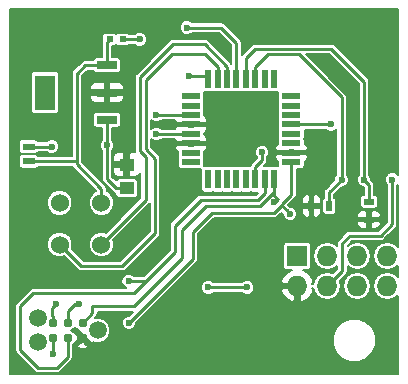
<source format=gtl>
G04 #@! TF.FileFunction,Copper,L1,Top,Signal*
%FSLAX46Y46*%
G04 Gerber Fmt 4.6, Leading zero omitted, Abs format (unit mm)*
G04 Created by KiCad (PCBNEW 4.0.2-stable) date Wed 04 May 2016 01:37:53 PM EDT*
%MOMM*%
G01*
G04 APERTURE LIST*
%ADD10C,0.100000*%
%ADD11R,0.600000X0.500000*%
%ADD12R,1.250000X1.000000*%
%ADD13R,1.000000X0.600000*%
%ADD14R,1.600000X0.550000*%
%ADD15R,0.550000X1.600000*%
%ADD16C,1.524000*%
%ADD17C,1.500000*%
%ADD18C,0.787000*%
%ADD19R,0.900000X0.500000*%
%ADD20R,0.500000X0.900000*%
%ADD21R,1.750000X0.700000*%
%ADD22R,1.750000X3.000000*%
%ADD23R,1.727200X1.727200*%
%ADD24O,1.727200X1.727200*%
%ADD25C,0.600000*%
%ADD26C,0.250000*%
%ADD27C,0.127000*%
G04 APERTURE END LIST*
D10*
D11*
X124450000Y-55600000D03*
X125550000Y-55600000D03*
D12*
X125900000Y-66200000D03*
X125900000Y-68200000D03*
D13*
X117600000Y-65925000D03*
X117600000Y-64675000D03*
D14*
X131350000Y-60400000D03*
X131350000Y-61200000D03*
X131350000Y-62000000D03*
X131350000Y-62800000D03*
X131350000Y-63600000D03*
X131350000Y-64400000D03*
X131350000Y-65200000D03*
X131350000Y-66000000D03*
D15*
X132800000Y-67450000D03*
X133600000Y-67450000D03*
X134400000Y-67450000D03*
X135200000Y-67450000D03*
X136000000Y-67450000D03*
X136800000Y-67450000D03*
X137600000Y-67450000D03*
X138400000Y-67450000D03*
D14*
X139850000Y-66000000D03*
X139850000Y-65200000D03*
X139850000Y-64400000D03*
X139850000Y-63600000D03*
X139850000Y-62800000D03*
X139850000Y-62000000D03*
X139850000Y-61200000D03*
X139850000Y-60400000D03*
D15*
X138400000Y-58950000D03*
X137600000Y-58950000D03*
X136800000Y-58950000D03*
X136000000Y-58950000D03*
X135200000Y-58950000D03*
X134400000Y-58950000D03*
X133600000Y-58950000D03*
X132800000Y-58950000D03*
D16*
X123767800Y-69432200D03*
X120232200Y-69432200D03*
X120232200Y-72967800D03*
X123767800Y-72967800D03*
D17*
X118360000Y-81251000D03*
X118360000Y-79219000D03*
X123440000Y-80235000D03*
D18*
X122170000Y-79600000D03*
X122170000Y-80870000D03*
X120900000Y-79600000D03*
X120900000Y-80870000D03*
X119630000Y-79600000D03*
X119630000Y-80870000D03*
D19*
X146400000Y-70850000D03*
X146400000Y-69350000D03*
D20*
X141550000Y-69700000D03*
X143050000Y-69700000D03*
D21*
X124225000Y-62400000D03*
X124225000Y-60100000D03*
X124225000Y-57800000D03*
D22*
X118975000Y-60100000D03*
D23*
X140345000Y-73950000D03*
D24*
X140345000Y-76490000D03*
X142885000Y-73950000D03*
X142885000Y-76490000D03*
X145425000Y-73950000D03*
X145425000Y-76490000D03*
X147965000Y-73950000D03*
X147965000Y-76490000D03*
D25*
X119630000Y-82270000D03*
X127000000Y-55600000D03*
X128425020Y-62000000D03*
X128425013Y-63602789D03*
X143200000Y-62800000D03*
X124225000Y-64575000D03*
X119575000Y-64675000D03*
X131300000Y-76100000D03*
X135000000Y-71300000D03*
X136100000Y-76600000D03*
X132800000Y-76600000D03*
X126075000Y-76075000D03*
X138400000Y-69375000D03*
X139735560Y-70384284D03*
X126100000Y-79600000D03*
X121900000Y-78000000D03*
X144100000Y-67500000D03*
X146000000Y-67500000D03*
X131000000Y-54600000D03*
X119900000Y-78000000D03*
X131200000Y-58700000D03*
X148375000Y-67475000D03*
X137375000Y-65150000D03*
D26*
X124225000Y-57800000D02*
X124225000Y-55825000D01*
X124225000Y-55825000D02*
X124450000Y-55600000D01*
X121700000Y-58500000D02*
X121700000Y-65900000D01*
X121700000Y-65900000D02*
X121700000Y-66164400D01*
X117600000Y-65925000D02*
X121675000Y-65925000D01*
X121675000Y-65925000D02*
X121700000Y-65900000D01*
X124225000Y-57800000D02*
X122400000Y-57800000D01*
X123767800Y-68232200D02*
X123767800Y-69432200D01*
X122400000Y-57800000D02*
X121700000Y-58500000D01*
X121700000Y-66164400D02*
X123767800Y-68232200D01*
X125900000Y-68200000D02*
X125025000Y-68200000D01*
X125025000Y-68200000D02*
X124225000Y-67400000D01*
X124225000Y-67400000D02*
X124225000Y-64999264D01*
X124225000Y-64999264D02*
X124225000Y-64575000D01*
X119630000Y-80870000D02*
X119630000Y-82270000D01*
X125550000Y-55600000D02*
X127000000Y-55600000D01*
X131350000Y-63600000D02*
X128427802Y-63600000D01*
X131350000Y-62000000D02*
X128425020Y-62000000D01*
X128427802Y-63600000D02*
X128425013Y-63602789D01*
X139850000Y-62800000D02*
X143200000Y-62800000D01*
X124225000Y-62400000D02*
X124225000Y-64575000D01*
X117600000Y-64675000D02*
X119575000Y-64675000D01*
X135900000Y-76600000D02*
X136100000Y-76600000D01*
X132800000Y-76600000D02*
X135900000Y-76600000D01*
X127525000Y-76075000D02*
X126075000Y-76075000D01*
X127525000Y-76075000D02*
X126500000Y-77100000D01*
X130000000Y-73600000D02*
X127525000Y-76075000D01*
X120900000Y-82500000D02*
X120900000Y-80870000D01*
X120000000Y-83400000D02*
X120900000Y-82500000D01*
X118400000Y-83400000D02*
X120000000Y-83400000D01*
X116900000Y-81900000D02*
X118400000Y-83400000D01*
X116900000Y-78200000D02*
X116900000Y-81900000D01*
X118000000Y-77100000D02*
X116900000Y-78200000D01*
X126500000Y-77100000D02*
X118000000Y-77100000D01*
X130000000Y-71400000D02*
X130000000Y-73600000D01*
X132200000Y-69200000D02*
X130000000Y-71400000D01*
X137000000Y-69200000D02*
X132200000Y-69200000D01*
X137600000Y-68600000D02*
X137000000Y-69200000D01*
X137600000Y-67450000D02*
X137600000Y-68600000D01*
X138725000Y-69150000D02*
X138500000Y-69375000D01*
X138500000Y-69375000D02*
X138400000Y-69375000D01*
X138400000Y-67450000D02*
X138400000Y-68825000D01*
X138400000Y-68825000D02*
X138725000Y-69150000D01*
X123000000Y-78200000D02*
X123000000Y-78770000D01*
X123000000Y-78770000D02*
X122170000Y-79600000D01*
X126500000Y-78200000D02*
X123000000Y-78200000D01*
X130600000Y-74100000D02*
X126500000Y-78200000D01*
X130600000Y-71700000D02*
X130600000Y-74100000D01*
X132600000Y-69700000D02*
X130600000Y-71700000D01*
X137200000Y-69700000D02*
X132600000Y-69700000D01*
X138400000Y-67450000D02*
X138400000Y-68500000D01*
X138400000Y-68500000D02*
X137200000Y-69700000D01*
X139435561Y-70084285D02*
X139735560Y-70384284D01*
X139025000Y-69575000D02*
X139025000Y-69673724D01*
X139025000Y-69673724D02*
X139435561Y-70084285D01*
X139025000Y-69615804D02*
X139025000Y-69575000D01*
X138340804Y-70300000D02*
X139025000Y-69615804D01*
X131500000Y-71900000D02*
X133100000Y-70300000D01*
X131500000Y-74200000D02*
X131500000Y-71900000D01*
X126100000Y-79600000D02*
X131500000Y-74200000D01*
X133100000Y-70300000D02*
X138340804Y-70300000D01*
X139025000Y-69575000D02*
X139850000Y-68750000D01*
X139850000Y-68750000D02*
X139850000Y-66000000D01*
X120900000Y-78600000D02*
X121500000Y-78000000D01*
X121500000Y-78000000D02*
X121900000Y-78000000D01*
X120900000Y-79600000D02*
X120900000Y-78600000D01*
X143050000Y-69700000D02*
X143050000Y-68550000D01*
X143050000Y-68550000D02*
X144100000Y-67500000D01*
X136800000Y-57900000D02*
X136800000Y-58950000D01*
X137849989Y-56850011D02*
X136800000Y-57900000D01*
X144100000Y-60500000D02*
X140450011Y-56850011D01*
X140450011Y-56850011D02*
X137849989Y-56850011D01*
X144100000Y-67500000D02*
X144100000Y-60500000D01*
X146400000Y-69350000D02*
X146400000Y-67900000D01*
X146400000Y-67900000D02*
X146000000Y-67500000D01*
X136800000Y-56400000D02*
X136000000Y-57200000D01*
X136000000Y-57200000D02*
X136000000Y-58950000D01*
X143200000Y-56400000D02*
X136800000Y-56400000D01*
X146000000Y-59200000D02*
X143200000Y-56400000D01*
X146000000Y-67500000D02*
X146000000Y-59200000D01*
X133900000Y-54600000D02*
X135200000Y-55900000D01*
X135200000Y-55900000D02*
X135200000Y-58950000D01*
X131000000Y-54600000D02*
X133900000Y-54600000D01*
X119600000Y-78300000D02*
X119900000Y-78000000D01*
X119600000Y-79013507D02*
X119600000Y-78300000D01*
X119630000Y-79600000D02*
X119630000Y-79043507D01*
X119630000Y-79043507D02*
X119600000Y-79013507D01*
X124529799Y-72205801D02*
X123767800Y-72967800D01*
X127500000Y-65536410D02*
X127500000Y-69235600D01*
X127049989Y-58813600D02*
X127049989Y-65086400D01*
X129863589Y-56000000D02*
X127049989Y-58813600D01*
X127500000Y-69235600D02*
X124529799Y-72205801D01*
X132500000Y-56000000D02*
X129863589Y-56000000D01*
X127049989Y-65086400D02*
X127500000Y-65536410D01*
X134400000Y-57900000D02*
X132500000Y-56000000D01*
X134400000Y-58950000D02*
X134400000Y-57900000D01*
X125500000Y-74800000D02*
X122064400Y-74800000D01*
X122064400Y-74800000D02*
X120232200Y-72967800D01*
X128300000Y-72000000D02*
X125500000Y-74800000D01*
X128300000Y-65700000D02*
X128300000Y-72000000D01*
X127500000Y-64900000D02*
X128300000Y-65700000D01*
X127500000Y-59000000D02*
X127500000Y-64900000D01*
X129700000Y-56800000D02*
X127500000Y-59000000D01*
X132500000Y-56800000D02*
X129700000Y-56800000D01*
X133600000Y-58950000D02*
X133600000Y-57900000D01*
X133600000Y-57900000D02*
X132500000Y-56800000D01*
X131200000Y-58700000D02*
X132550000Y-58700000D01*
X132550000Y-58700000D02*
X132800000Y-58950000D01*
X144175000Y-72875000D02*
X144175000Y-75200000D01*
X144175000Y-75200000D02*
X142885000Y-76490000D01*
X144825000Y-72225000D02*
X144175000Y-72875000D01*
X147400000Y-72225000D02*
X144825000Y-72225000D01*
X148375000Y-71250000D02*
X147400000Y-72225000D01*
X148375000Y-67475000D02*
X148375000Y-71250000D01*
X137375000Y-65825000D02*
X137375000Y-65150000D01*
X136800000Y-67450000D02*
X136800000Y-66400000D01*
X136800000Y-66400000D02*
X137375000Y-65825000D01*
D27*
G36*
X148836500Y-67063265D02*
X148725243Y-66951814D01*
X148498367Y-66857607D01*
X148252710Y-66857393D01*
X148025671Y-66951203D01*
X147851814Y-67124757D01*
X147757607Y-67351633D01*
X147757393Y-67597290D01*
X147851203Y-67824329D01*
X147932500Y-67905768D01*
X147932500Y-71066710D01*
X147216710Y-71782500D01*
X144825000Y-71782500D01*
X144655662Y-71816183D01*
X144512105Y-71912105D01*
X143862105Y-72562105D01*
X143766183Y-72705662D01*
X143735721Y-72858806D01*
X143732500Y-72875000D01*
X143732500Y-73107618D01*
X143360126Y-72858806D01*
X142908139Y-72768900D01*
X142861861Y-72768900D01*
X142409874Y-72858806D01*
X142026697Y-73114836D01*
X141770667Y-73498013D01*
X141680761Y-73950000D01*
X141770667Y-74401987D01*
X142026697Y-74785164D01*
X142409874Y-75041194D01*
X142861861Y-75131100D01*
X142908139Y-75131100D01*
X143360126Y-75041194D01*
X143732500Y-74792382D01*
X143732500Y-75016711D01*
X143352017Y-75397193D01*
X142908139Y-75308900D01*
X142861861Y-75308900D01*
X142409874Y-75398806D01*
X142026697Y-75654836D01*
X141770667Y-76038013D01*
X141718654Y-76299498D01*
X141623107Y-76299498D01*
X141720087Y-76079333D01*
X141607730Y-75808043D01*
X141250637Y-75376728D01*
X140798056Y-75137320D01*
X141208600Y-75137320D01*
X141326258Y-75115181D01*
X141434321Y-75045645D01*
X141506815Y-74939545D01*
X141532320Y-74813600D01*
X141532320Y-73086400D01*
X141510181Y-72968742D01*
X141440645Y-72860679D01*
X141334545Y-72788185D01*
X141208600Y-72762680D01*
X139481400Y-72762680D01*
X139363742Y-72784819D01*
X139255679Y-72854355D01*
X139183185Y-72960455D01*
X139157680Y-73086400D01*
X139157680Y-74813600D01*
X139179819Y-74931258D01*
X139249355Y-75039321D01*
X139355455Y-75111815D01*
X139481400Y-75137320D01*
X139891944Y-75137320D01*
X139439363Y-75376728D01*
X139082270Y-75808043D01*
X138969913Y-76079333D01*
X139066894Y-76299500D01*
X140154500Y-76299500D01*
X140154500Y-76279500D01*
X140535500Y-76279500D01*
X140535500Y-76299500D01*
X140555500Y-76299500D01*
X140555500Y-76680500D01*
X140535500Y-76680500D01*
X140535500Y-77769540D01*
X140755669Y-77865102D01*
X141250637Y-77603272D01*
X141607730Y-77171957D01*
X141720087Y-76900667D01*
X141623107Y-76680502D01*
X141718654Y-76680502D01*
X141770667Y-76941987D01*
X142026697Y-77325164D01*
X142409874Y-77581194D01*
X142861861Y-77671100D01*
X142908139Y-77671100D01*
X143360126Y-77581194D01*
X143743303Y-77325164D01*
X143999333Y-76941987D01*
X144089239Y-76490000D01*
X144220761Y-76490000D01*
X144310667Y-76941987D01*
X144566697Y-77325164D01*
X144949874Y-77581194D01*
X145401861Y-77671100D01*
X145448139Y-77671100D01*
X145900126Y-77581194D01*
X146283303Y-77325164D01*
X146539333Y-76941987D01*
X146629239Y-76490000D01*
X146539333Y-76038013D01*
X146283303Y-75654836D01*
X145900126Y-75398806D01*
X145448139Y-75308900D01*
X145401861Y-75308900D01*
X144949874Y-75398806D01*
X144566697Y-75654836D01*
X144310667Y-76038013D01*
X144220761Y-76490000D01*
X144089239Y-76490000D01*
X143999333Y-76038013D01*
X143984690Y-76016099D01*
X144487892Y-75512897D01*
X144487895Y-75512895D01*
X144583817Y-75369337D01*
X144617500Y-75200000D01*
X144617500Y-74819109D01*
X144949874Y-75041194D01*
X145401861Y-75131100D01*
X145448139Y-75131100D01*
X145900126Y-75041194D01*
X146283303Y-74785164D01*
X146539333Y-74401987D01*
X146629239Y-73950000D01*
X146539333Y-73498013D01*
X146283303Y-73114836D01*
X145900126Y-72858806D01*
X145448139Y-72768900D01*
X145401861Y-72768900D01*
X144949874Y-72858806D01*
X144617500Y-73080891D01*
X144617500Y-73058290D01*
X145008290Y-72667500D01*
X147400000Y-72667500D01*
X147569338Y-72633817D01*
X147712895Y-72537895D01*
X148687895Y-71562895D01*
X148783816Y-71419338D01*
X148783817Y-71419337D01*
X148817500Y-71250000D01*
X148817500Y-67905788D01*
X148836500Y-67886821D01*
X148836500Y-73134587D01*
X148823303Y-73114836D01*
X148440126Y-72858806D01*
X147988139Y-72768900D01*
X147941861Y-72768900D01*
X147489874Y-72858806D01*
X147106697Y-73114836D01*
X146850667Y-73498013D01*
X146760761Y-73950000D01*
X146850667Y-74401987D01*
X147106697Y-74785164D01*
X147489874Y-75041194D01*
X147941861Y-75131100D01*
X147988139Y-75131100D01*
X148440126Y-75041194D01*
X148823303Y-74785164D01*
X148836500Y-74765413D01*
X148836500Y-75674587D01*
X148823303Y-75654836D01*
X148440126Y-75398806D01*
X147988139Y-75308900D01*
X147941861Y-75308900D01*
X147489874Y-75398806D01*
X147106697Y-75654836D01*
X146850667Y-76038013D01*
X146760761Y-76490000D01*
X146850667Y-76941987D01*
X147106697Y-77325164D01*
X147489874Y-77581194D01*
X147941861Y-77671100D01*
X147988139Y-77671100D01*
X148440126Y-77581194D01*
X148823303Y-77325164D01*
X148836500Y-77305413D01*
X148836500Y-83936500D01*
X116063500Y-83936500D01*
X116063500Y-78200000D01*
X116457500Y-78200000D01*
X116457500Y-81900000D01*
X116491183Y-82069338D01*
X116587105Y-82212895D01*
X118087105Y-83712895D01*
X118230663Y-83808817D01*
X118400000Y-83842500D01*
X120000000Y-83842500D01*
X120169338Y-83808817D01*
X120312895Y-83712895D01*
X121212895Y-82812895D01*
X121226064Y-82793186D01*
X121308817Y-82669337D01*
X121342500Y-82500000D01*
X121342500Y-81583945D01*
X121725462Y-81583945D01*
X121756736Y-81762907D01*
X122129895Y-81853087D01*
X122509159Y-81793601D01*
X122583264Y-81762907D01*
X122614538Y-81583945D01*
X122490530Y-81459937D01*
X143357185Y-81459937D01*
X143633300Y-82128186D01*
X144144125Y-82639903D01*
X144811891Y-82917184D01*
X145534937Y-82917815D01*
X146203186Y-82641700D01*
X146714903Y-82130875D01*
X146992184Y-81463109D01*
X146992815Y-80740063D01*
X146716700Y-80071814D01*
X146205875Y-79560097D01*
X145538109Y-79282816D01*
X144815063Y-79282185D01*
X144146814Y-79558300D01*
X143635097Y-80069125D01*
X143357816Y-80736891D01*
X143357185Y-81459937D01*
X122490530Y-81459937D01*
X122170000Y-81139408D01*
X121725462Y-81583945D01*
X121342500Y-81583945D01*
X121342500Y-81432901D01*
X121502405Y-81273275D01*
X121506017Y-81264576D01*
X121900592Y-80870000D01*
X121506444Y-80475851D01*
X121503108Y-80467777D01*
X121303275Y-80267595D01*
X121224907Y-80235054D01*
X121302223Y-80203108D01*
X121502405Y-80003275D01*
X121534946Y-79924907D01*
X121566892Y-80002223D01*
X121766725Y-80202405D01*
X121775424Y-80206017D01*
X122170000Y-80600592D01*
X122184142Y-80586450D01*
X122453550Y-80855858D01*
X122439408Y-80870000D01*
X122883945Y-81314538D01*
X123062907Y-81283264D01*
X123073663Y-81238756D01*
X123226729Y-81302315D01*
X123651407Y-81302685D01*
X124043900Y-81140511D01*
X124344455Y-80840480D01*
X124507315Y-80448271D01*
X124507685Y-80023593D01*
X124345511Y-79631100D01*
X124045480Y-79330545D01*
X123653271Y-79167685D01*
X123228593Y-79167315D01*
X123228392Y-79167398D01*
X123312895Y-79082895D01*
X123408816Y-78939338D01*
X123408817Y-78939337D01*
X123442500Y-78770000D01*
X123442500Y-78642500D01*
X126431710Y-78642500D01*
X126091718Y-78982492D01*
X125977710Y-78982393D01*
X125750671Y-79076203D01*
X125576814Y-79249757D01*
X125482607Y-79476633D01*
X125482393Y-79722290D01*
X125576203Y-79949329D01*
X125749757Y-80123186D01*
X125976633Y-80217393D01*
X126222290Y-80217607D01*
X126449329Y-80123797D01*
X126623186Y-79950243D01*
X126717393Y-79723367D01*
X126717493Y-79608297D01*
X129603500Y-76722290D01*
X132182393Y-76722290D01*
X132276203Y-76949329D01*
X132449757Y-77123186D01*
X132676633Y-77217393D01*
X132922290Y-77217607D01*
X133149329Y-77123797D01*
X133230768Y-77042500D01*
X135669212Y-77042500D01*
X135749757Y-77123186D01*
X135976633Y-77217393D01*
X136222290Y-77217607D01*
X136449329Y-77123797D01*
X136623186Y-76950243D01*
X136643771Y-76900667D01*
X138969913Y-76900667D01*
X139082270Y-77171957D01*
X139439363Y-77603272D01*
X139934331Y-77865102D01*
X140154500Y-77769540D01*
X140154500Y-76680500D01*
X139066894Y-76680500D01*
X138969913Y-76900667D01*
X136643771Y-76900667D01*
X136717393Y-76723367D01*
X136717607Y-76477710D01*
X136623797Y-76250671D01*
X136450243Y-76076814D01*
X136223367Y-75982607D01*
X135977710Y-75982393D01*
X135750671Y-76076203D01*
X135669232Y-76157500D01*
X133230788Y-76157500D01*
X133150243Y-76076814D01*
X132923367Y-75982607D01*
X132677710Y-75982393D01*
X132450671Y-76076203D01*
X132276814Y-76249757D01*
X132182607Y-76476633D01*
X132182393Y-76722290D01*
X129603500Y-76722290D01*
X131812895Y-74512895D01*
X131830127Y-74487105D01*
X131908817Y-74369337D01*
X131942500Y-74200000D01*
X131942500Y-72083290D01*
X132907915Y-71117875D01*
X145378500Y-71117875D01*
X145378500Y-71213678D01*
X145465506Y-71423728D01*
X145626271Y-71584494D01*
X145836321Y-71671500D01*
X146066625Y-71671500D01*
X146209500Y-71528625D01*
X146209500Y-70975000D01*
X146590500Y-70975000D01*
X146590500Y-71528625D01*
X146733375Y-71671500D01*
X146963679Y-71671500D01*
X147173729Y-71584494D01*
X147334494Y-71423728D01*
X147421500Y-71213678D01*
X147421500Y-71117875D01*
X147278625Y-70975000D01*
X146590500Y-70975000D01*
X146209500Y-70975000D01*
X145521375Y-70975000D01*
X145378500Y-71117875D01*
X132907915Y-71117875D01*
X133283290Y-70742500D01*
X138340804Y-70742500D01*
X138510142Y-70708817D01*
X138653699Y-70612895D01*
X138996040Y-70270554D01*
X139118052Y-70392566D01*
X139117953Y-70506574D01*
X139211763Y-70733613D01*
X139385317Y-70907470D01*
X139612193Y-71001677D01*
X139857850Y-71001891D01*
X140084889Y-70908081D01*
X140258746Y-70734527D01*
X140352953Y-70507651D01*
X140353167Y-70261994D01*
X140259357Y-70034955D01*
X140257780Y-70033375D01*
X140728500Y-70033375D01*
X140728500Y-70263679D01*
X140815506Y-70473729D01*
X140976272Y-70634494D01*
X141186322Y-70721500D01*
X141282125Y-70721500D01*
X141425000Y-70578625D01*
X141425000Y-69890500D01*
X141675000Y-69890500D01*
X141675000Y-70578625D01*
X141817875Y-70721500D01*
X141913678Y-70721500D01*
X142123728Y-70634494D01*
X142271900Y-70486322D01*
X145378500Y-70486322D01*
X145378500Y-70582125D01*
X145521375Y-70725000D01*
X146209500Y-70725000D01*
X146209500Y-70171375D01*
X146590500Y-70171375D01*
X146590500Y-70725000D01*
X147278625Y-70725000D01*
X147421500Y-70582125D01*
X147421500Y-70486322D01*
X147334494Y-70276272D01*
X147173729Y-70115506D01*
X146963679Y-70028500D01*
X146733375Y-70028500D01*
X146590500Y-70171375D01*
X146209500Y-70171375D01*
X146066625Y-70028500D01*
X145836321Y-70028500D01*
X145626271Y-70115506D01*
X145465506Y-70276272D01*
X145378500Y-70486322D01*
X142271900Y-70486322D01*
X142284494Y-70473729D01*
X142371500Y-70263679D01*
X142371500Y-70033375D01*
X142228625Y-69890500D01*
X141675000Y-69890500D01*
X141425000Y-69890500D01*
X140871375Y-69890500D01*
X140728500Y-70033375D01*
X140257780Y-70033375D01*
X140085803Y-69861098D01*
X139858927Y-69766891D01*
X139743857Y-69766791D01*
X139601428Y-69624362D01*
X140089469Y-69136321D01*
X140728500Y-69136321D01*
X140728500Y-69366625D01*
X140871375Y-69509500D01*
X141425000Y-69509500D01*
X141425000Y-68821375D01*
X141675000Y-68821375D01*
X141675000Y-69509500D01*
X142228625Y-69509500D01*
X142371500Y-69366625D01*
X142371500Y-69136321D01*
X142284494Y-68926271D01*
X142123728Y-68765506D01*
X141913678Y-68678500D01*
X141817875Y-68678500D01*
X141675000Y-68821375D01*
X141425000Y-68821375D01*
X141282125Y-68678500D01*
X141186322Y-68678500D01*
X140976272Y-68765506D01*
X140815506Y-68926271D01*
X140728500Y-69136321D01*
X140089469Y-69136321D01*
X140162895Y-69062895D01*
X140192923Y-69017955D01*
X140258817Y-68919337D01*
X140292500Y-68750000D01*
X140292500Y-66598720D01*
X140650000Y-66598720D01*
X140767658Y-66576581D01*
X140875721Y-66507045D01*
X140948215Y-66400945D01*
X140973720Y-66275000D01*
X140973720Y-65959497D01*
X140973728Y-65959494D01*
X141134494Y-65798729D01*
X141221500Y-65588679D01*
X141221500Y-65480375D01*
X141078625Y-65337500D01*
X140040500Y-65337500D01*
X140040500Y-65401280D01*
X139659500Y-65401280D01*
X139659500Y-65337500D01*
X138621375Y-65337500D01*
X138478500Y-65480375D01*
X138478500Y-65588679D01*
X138565506Y-65798729D01*
X138726272Y-65959494D01*
X138726280Y-65959497D01*
X138726280Y-66275000D01*
X138738343Y-66339107D01*
X138675000Y-66326280D01*
X138125000Y-66326280D01*
X138007342Y-66348419D01*
X138001511Y-66352171D01*
X138000945Y-66351785D01*
X137875000Y-66326280D01*
X137499510Y-66326280D01*
X137687895Y-66137895D01*
X137783817Y-65994338D01*
X137817500Y-65825000D01*
X137817500Y-65580788D01*
X137898186Y-65500243D01*
X137992393Y-65273367D01*
X137992607Y-65027710D01*
X137898797Y-64800671D01*
X137725243Y-64626814D01*
X137498367Y-64532607D01*
X137252710Y-64532393D01*
X137025671Y-64626203D01*
X136851814Y-64799757D01*
X136757607Y-65026633D01*
X136757393Y-65272290D01*
X136851203Y-65499329D01*
X136932500Y-65580768D01*
X136932500Y-65641710D01*
X136487105Y-66087105D01*
X136391183Y-66230662D01*
X136368937Y-66342500D01*
X136368401Y-66345195D01*
X136275000Y-66326280D01*
X135725000Y-66326280D01*
X135607342Y-66348419D01*
X135601511Y-66352171D01*
X135600945Y-66351785D01*
X135475000Y-66326280D01*
X134925000Y-66326280D01*
X134807342Y-66348419D01*
X134801511Y-66352171D01*
X134800945Y-66351785D01*
X134675000Y-66326280D01*
X134125000Y-66326280D01*
X134007342Y-66348419D01*
X134001511Y-66352171D01*
X134000945Y-66351785D01*
X133875000Y-66326280D01*
X133325000Y-66326280D01*
X133207342Y-66348419D01*
X133201511Y-66352171D01*
X133200945Y-66351785D01*
X133075000Y-66326280D01*
X132525000Y-66326280D01*
X132460893Y-66338343D01*
X132473720Y-66275000D01*
X132473720Y-65725000D01*
X132451581Y-65607342D01*
X132447829Y-65601511D01*
X132448215Y-65600945D01*
X132473720Y-65475000D01*
X132473720Y-65159497D01*
X132473728Y-65159494D01*
X132634494Y-64998729D01*
X132721500Y-64788679D01*
X132721500Y-64680375D01*
X132578625Y-64537500D01*
X131540500Y-64537500D01*
X131540500Y-64601280D01*
X131159500Y-64601280D01*
X131159500Y-64537500D01*
X130121375Y-64537500D01*
X129978500Y-64680375D01*
X129978500Y-64788679D01*
X130065506Y-64998729D01*
X130226272Y-65159494D01*
X130226280Y-65159497D01*
X130226280Y-65475000D01*
X130248419Y-65592658D01*
X130252171Y-65598489D01*
X130251785Y-65599055D01*
X130226280Y-65725000D01*
X130226280Y-66275000D01*
X130248419Y-66392658D01*
X130317955Y-66500721D01*
X130424055Y-66573215D01*
X130550000Y-66598720D01*
X132150000Y-66598720D01*
X132214107Y-66586657D01*
X132201280Y-66650000D01*
X132201280Y-68250000D01*
X132223419Y-68367658D01*
X132292955Y-68475721D01*
X132399055Y-68548215D01*
X132525000Y-68573720D01*
X133075000Y-68573720D01*
X133192658Y-68551581D01*
X133198489Y-68547829D01*
X133199055Y-68548215D01*
X133325000Y-68573720D01*
X133875000Y-68573720D01*
X133992658Y-68551581D01*
X133998489Y-68547829D01*
X133999055Y-68548215D01*
X134125000Y-68573720D01*
X134675000Y-68573720D01*
X134792658Y-68551581D01*
X134798489Y-68547829D01*
X134799055Y-68548215D01*
X134925000Y-68573720D01*
X135475000Y-68573720D01*
X135592658Y-68551581D01*
X135598489Y-68547829D01*
X135599055Y-68548215D01*
X135725000Y-68573720D01*
X136275000Y-68573720D01*
X136392658Y-68551581D01*
X136398489Y-68547829D01*
X136399055Y-68548215D01*
X136525000Y-68573720D01*
X137000490Y-68573720D01*
X136816710Y-68757500D01*
X132200000Y-68757500D01*
X132030662Y-68791183D01*
X131887105Y-68887105D01*
X129687105Y-71087105D01*
X129591183Y-71230662D01*
X129585845Y-71257500D01*
X129557500Y-71400000D01*
X129557500Y-73416711D01*
X127341710Y-75632500D01*
X126505788Y-75632500D01*
X126425243Y-75551814D01*
X126198367Y-75457607D01*
X125952710Y-75457393D01*
X125725671Y-75551203D01*
X125551814Y-75724757D01*
X125457607Y-75951633D01*
X125457393Y-76197290D01*
X125551203Y-76424329D01*
X125724757Y-76598186D01*
X125867601Y-76657500D01*
X118000000Y-76657500D01*
X117830662Y-76691183D01*
X117687105Y-76787105D01*
X116587105Y-77887105D01*
X116491183Y-78030662D01*
X116491183Y-78030663D01*
X116457500Y-78200000D01*
X116063500Y-78200000D01*
X116063500Y-73181584D01*
X119152513Y-73181584D01*
X119316511Y-73578489D01*
X119619914Y-73882422D01*
X120016532Y-74047113D01*
X120445984Y-74047487D01*
X120615892Y-73977282D01*
X121751505Y-75112895D01*
X121895062Y-75208817D01*
X122064400Y-75242500D01*
X125500000Y-75242500D01*
X125669338Y-75208817D01*
X125812895Y-75112895D01*
X128612895Y-72312895D01*
X128708817Y-72169338D01*
X128742500Y-72000000D01*
X128742500Y-65700000D01*
X128722421Y-65599055D01*
X128708817Y-65530662D01*
X128612895Y-65387105D01*
X127942500Y-64716710D01*
X127942500Y-63993474D01*
X128074770Y-64125975D01*
X128301646Y-64220182D01*
X128547303Y-64220396D01*
X128774342Y-64126586D01*
X128858575Y-64042500D01*
X129978500Y-64042500D01*
X129978500Y-64119625D01*
X130121375Y-64262500D01*
X131159500Y-64262500D01*
X131159500Y-64198720D01*
X131540500Y-64198720D01*
X131540500Y-64262500D01*
X132578625Y-64262500D01*
X132721500Y-64119625D01*
X132721500Y-64011321D01*
X132634494Y-63801271D01*
X132473728Y-63640506D01*
X132473720Y-63640503D01*
X132473720Y-63559497D01*
X132473728Y-63559494D01*
X132634494Y-63398729D01*
X132721500Y-63188679D01*
X132721500Y-63080375D01*
X132578625Y-62937500D01*
X131540500Y-62937500D01*
X131540500Y-63001280D01*
X131159500Y-63001280D01*
X131159500Y-62937500D01*
X130121375Y-62937500D01*
X129978500Y-63080375D01*
X129978500Y-63157500D01*
X128853017Y-63157500D01*
X128775256Y-63079603D01*
X128548380Y-62985396D01*
X128302723Y-62985182D01*
X128075684Y-63078992D01*
X127942500Y-63211944D01*
X127942500Y-62390678D01*
X128074777Y-62523186D01*
X128301653Y-62617393D01*
X128547310Y-62617607D01*
X128774349Y-62523797D01*
X128855788Y-62442500D01*
X129978500Y-62442500D01*
X129978500Y-62519625D01*
X130121375Y-62662500D01*
X131159500Y-62662500D01*
X131159500Y-62598720D01*
X131540500Y-62598720D01*
X131540500Y-62662500D01*
X132578625Y-62662500D01*
X132721500Y-62519625D01*
X132721500Y-62411321D01*
X132634494Y-62201271D01*
X132473728Y-62040506D01*
X132473720Y-62040503D01*
X132473720Y-61725000D01*
X132451581Y-61607342D01*
X132447829Y-61601511D01*
X132448215Y-61600945D01*
X132473720Y-61475000D01*
X132473720Y-60925000D01*
X132451581Y-60807342D01*
X132447829Y-60801511D01*
X132448215Y-60800945D01*
X132473720Y-60675000D01*
X132473720Y-60125000D01*
X132461657Y-60060893D01*
X132525000Y-60073720D01*
X133075000Y-60073720D01*
X133192658Y-60051581D01*
X133198489Y-60047829D01*
X133199055Y-60048215D01*
X133325000Y-60073720D01*
X133875000Y-60073720D01*
X133992658Y-60051581D01*
X133998489Y-60047829D01*
X133999055Y-60048215D01*
X134125000Y-60073720D01*
X134675000Y-60073720D01*
X134792658Y-60051581D01*
X134798489Y-60047829D01*
X134799055Y-60048215D01*
X134925000Y-60073720D01*
X135475000Y-60073720D01*
X135592658Y-60051581D01*
X135598489Y-60047829D01*
X135599055Y-60048215D01*
X135725000Y-60073720D01*
X136275000Y-60073720D01*
X136392658Y-60051581D01*
X136398489Y-60047829D01*
X136399055Y-60048215D01*
X136525000Y-60073720D01*
X137075000Y-60073720D01*
X137192658Y-60051581D01*
X137198489Y-60047829D01*
X137199055Y-60048215D01*
X137325000Y-60073720D01*
X137875000Y-60073720D01*
X137992658Y-60051581D01*
X137998489Y-60047829D01*
X137999055Y-60048215D01*
X138125000Y-60073720D01*
X138675000Y-60073720D01*
X138739107Y-60061657D01*
X138726280Y-60125000D01*
X138726280Y-60675000D01*
X138748419Y-60792658D01*
X138752171Y-60798489D01*
X138751785Y-60799055D01*
X138726280Y-60925000D01*
X138726280Y-61475000D01*
X138748419Y-61592658D01*
X138752171Y-61598489D01*
X138751785Y-61599055D01*
X138726280Y-61725000D01*
X138726280Y-62275000D01*
X138748419Y-62392658D01*
X138752171Y-62398489D01*
X138751785Y-62399055D01*
X138726280Y-62525000D01*
X138726280Y-63075000D01*
X138748419Y-63192658D01*
X138752171Y-63198489D01*
X138751785Y-63199055D01*
X138726280Y-63325000D01*
X138726280Y-63875000D01*
X138748419Y-63992658D01*
X138752171Y-63998489D01*
X138751785Y-63999055D01*
X138726280Y-64125000D01*
X138726280Y-64440503D01*
X138726272Y-64440506D01*
X138565506Y-64601271D01*
X138478500Y-64811321D01*
X138478500Y-64919625D01*
X138621375Y-65062500D01*
X139659500Y-65062500D01*
X139659500Y-64998720D01*
X140040500Y-64998720D01*
X140040500Y-65062500D01*
X141078625Y-65062500D01*
X141221500Y-64919625D01*
X141221500Y-64811321D01*
X141134494Y-64601271D01*
X140973728Y-64440506D01*
X140973720Y-64440503D01*
X140973720Y-64125000D01*
X140951581Y-64007342D01*
X140947829Y-64001511D01*
X140948215Y-64000945D01*
X140973720Y-63875000D01*
X140973720Y-63325000D01*
X140958196Y-63242500D01*
X142769212Y-63242500D01*
X142849757Y-63323186D01*
X143076633Y-63417393D01*
X143322290Y-63417607D01*
X143549329Y-63323797D01*
X143657500Y-63215815D01*
X143657500Y-67069212D01*
X143576814Y-67149757D01*
X143482607Y-67376633D01*
X143482507Y-67491703D01*
X142737105Y-68237105D01*
X142641183Y-68380662D01*
X142615038Y-68512105D01*
X142607500Y-68550000D01*
X142607500Y-68996578D01*
X142574279Y-69017955D01*
X142501785Y-69124055D01*
X142476280Y-69250000D01*
X142476280Y-70150000D01*
X142498419Y-70267658D01*
X142567955Y-70375721D01*
X142674055Y-70448215D01*
X142800000Y-70473720D01*
X143300000Y-70473720D01*
X143417658Y-70451581D01*
X143525721Y-70382045D01*
X143598215Y-70275945D01*
X143623720Y-70150000D01*
X143623720Y-69250000D01*
X143601581Y-69132342D01*
X143532045Y-69024279D01*
X143492500Y-68997259D01*
X143492500Y-68733290D01*
X144108282Y-68117508D01*
X144222290Y-68117607D01*
X144449329Y-68023797D01*
X144623186Y-67850243D01*
X144717393Y-67623367D01*
X144717607Y-67377710D01*
X144623797Y-67150671D01*
X144542500Y-67069232D01*
X144542500Y-60500000D01*
X144508817Y-60330662D01*
X144412895Y-60187105D01*
X141068290Y-56842500D01*
X143016710Y-56842500D01*
X145557500Y-59383290D01*
X145557500Y-67069212D01*
X145476814Y-67149757D01*
X145382607Y-67376633D01*
X145382393Y-67622290D01*
X145476203Y-67849329D01*
X145649757Y-68023186D01*
X145876633Y-68117393D01*
X145957500Y-68117463D01*
X145957500Y-68776280D01*
X145950000Y-68776280D01*
X145832342Y-68798419D01*
X145724279Y-68867955D01*
X145651785Y-68974055D01*
X145626280Y-69100000D01*
X145626280Y-69600000D01*
X145648419Y-69717658D01*
X145717955Y-69825721D01*
X145824055Y-69898215D01*
X145950000Y-69923720D01*
X146850000Y-69923720D01*
X146967658Y-69901581D01*
X147075721Y-69832045D01*
X147148215Y-69725945D01*
X147173720Y-69600000D01*
X147173720Y-69100000D01*
X147151581Y-68982342D01*
X147082045Y-68874279D01*
X146975945Y-68801785D01*
X146850000Y-68776280D01*
X146842500Y-68776280D01*
X146842500Y-67900000D01*
X146808817Y-67730663D01*
X146712895Y-67587105D01*
X146712892Y-67587103D01*
X146617508Y-67491718D01*
X146617607Y-67377710D01*
X146523797Y-67150671D01*
X146442500Y-67069232D01*
X146442500Y-59200000D01*
X146427879Y-59126495D01*
X146408817Y-59030662D01*
X146312895Y-58887105D01*
X143512895Y-56087105D01*
X143369338Y-55991183D01*
X143200000Y-55957500D01*
X136800000Y-55957500D01*
X136630662Y-55991183D01*
X136487105Y-56087105D01*
X135687105Y-56887105D01*
X135642500Y-56953861D01*
X135642500Y-55900005D01*
X135642501Y-55900000D01*
X135608817Y-55730662D01*
X135515620Y-55591184D01*
X135512895Y-55587105D01*
X135512892Y-55587103D01*
X134212895Y-54287105D01*
X134069338Y-54191183D01*
X133900000Y-54157500D01*
X131430788Y-54157500D01*
X131350243Y-54076814D01*
X131123367Y-53982607D01*
X130877710Y-53982393D01*
X130650671Y-54076203D01*
X130476814Y-54249757D01*
X130382607Y-54476633D01*
X130382393Y-54722290D01*
X130476203Y-54949329D01*
X130649757Y-55123186D01*
X130876633Y-55217393D01*
X131122290Y-55217607D01*
X131349329Y-55123797D01*
X131430768Y-55042500D01*
X133716710Y-55042500D01*
X134757500Y-56083289D01*
X134757500Y-57653861D01*
X134712895Y-57587105D01*
X132812895Y-55687105D01*
X132669338Y-55591183D01*
X132500000Y-55557500D01*
X129863589Y-55557500D01*
X129694252Y-55591183D01*
X129550694Y-55687105D01*
X126737094Y-58500705D01*
X126641172Y-58644262D01*
X126641172Y-58644263D01*
X126607489Y-58813600D01*
X126607489Y-65086400D01*
X126615863Y-65128500D01*
X126233375Y-65128500D01*
X126090500Y-65271375D01*
X126090500Y-66009500D01*
X126110500Y-66009500D01*
X126110500Y-66390500D01*
X126090500Y-66390500D01*
X126090500Y-67128625D01*
X126233375Y-67271500D01*
X126638679Y-67271500D01*
X126848729Y-67184494D01*
X127009494Y-67023728D01*
X127057500Y-66907832D01*
X127057500Y-69052311D01*
X124216904Y-71892906D01*
X124151535Y-71958275D01*
X123983468Y-71888487D01*
X123554016Y-71888113D01*
X123157111Y-72052111D01*
X122853178Y-72355514D01*
X122688487Y-72752132D01*
X122688113Y-73181584D01*
X122852111Y-73578489D01*
X123155514Y-73882422D01*
X123552132Y-74047113D01*
X123981584Y-74047487D01*
X124378489Y-73883489D01*
X124682422Y-73580086D01*
X124847113Y-73183468D01*
X124847487Y-72754016D01*
X124777282Y-72584108D01*
X124842694Y-72518696D01*
X127812892Y-69548497D01*
X127812895Y-69548495D01*
X127857500Y-69481739D01*
X127857500Y-71816710D01*
X125316710Y-74357500D01*
X122247690Y-74357500D01*
X121241725Y-73351535D01*
X121311513Y-73183468D01*
X121311887Y-72754016D01*
X121147889Y-72357111D01*
X120844486Y-72053178D01*
X120447868Y-71888487D01*
X120018416Y-71888113D01*
X119621511Y-72052111D01*
X119317578Y-72355514D01*
X119152887Y-72752132D01*
X119152513Y-73181584D01*
X116063500Y-73181584D01*
X116063500Y-69645984D01*
X119152513Y-69645984D01*
X119316511Y-70042889D01*
X119619914Y-70346822D01*
X120016532Y-70511513D01*
X120445984Y-70511887D01*
X120842889Y-70347889D01*
X121146822Y-70044486D01*
X121311513Y-69647868D01*
X121311887Y-69218416D01*
X121147889Y-68821511D01*
X120844486Y-68517578D01*
X120447868Y-68352887D01*
X120018416Y-68352513D01*
X119621511Y-68516511D01*
X119317578Y-68819914D01*
X119152887Y-69216532D01*
X119152513Y-69645984D01*
X116063500Y-69645984D01*
X116063500Y-65625000D01*
X116776280Y-65625000D01*
X116776280Y-66225000D01*
X116798419Y-66342658D01*
X116867955Y-66450721D01*
X116974055Y-66523215D01*
X117100000Y-66548720D01*
X118100000Y-66548720D01*
X118217658Y-66526581D01*
X118325721Y-66457045D01*
X118386904Y-66367500D01*
X121313742Y-66367500D01*
X121387105Y-66477295D01*
X123325300Y-68415490D01*
X123325300Y-68447017D01*
X123157111Y-68516511D01*
X122853178Y-68819914D01*
X122688487Y-69216532D01*
X122688113Y-69645984D01*
X122852111Y-70042889D01*
X123155514Y-70346822D01*
X123552132Y-70511513D01*
X123981584Y-70511887D01*
X124378489Y-70347889D01*
X124682422Y-70044486D01*
X124847113Y-69647868D01*
X124847487Y-69218416D01*
X124683489Y-68821511D01*
X124380086Y-68517578D01*
X124210300Y-68447076D01*
X124210300Y-68232200D01*
X124185496Y-68107500D01*
X124176617Y-68062862D01*
X124080695Y-67919305D01*
X122142500Y-65981110D01*
X122142500Y-62050000D01*
X123026280Y-62050000D01*
X123026280Y-62750000D01*
X123048419Y-62867658D01*
X123117955Y-62975721D01*
X123224055Y-63048215D01*
X123350000Y-63073720D01*
X123782500Y-63073720D01*
X123782500Y-64144212D01*
X123701814Y-64224757D01*
X123607607Y-64451633D01*
X123607393Y-64697290D01*
X123701203Y-64924329D01*
X123782500Y-65005768D01*
X123782500Y-67400000D01*
X123816183Y-67569338D01*
X123912105Y-67712895D01*
X124712105Y-68512895D01*
X124855662Y-68608817D01*
X124951280Y-68627836D01*
X124951280Y-68700000D01*
X124973419Y-68817658D01*
X125042955Y-68925721D01*
X125149055Y-68998215D01*
X125275000Y-69023720D01*
X126525000Y-69023720D01*
X126642658Y-69001581D01*
X126750721Y-68932045D01*
X126823215Y-68825945D01*
X126848720Y-68700000D01*
X126848720Y-67700000D01*
X126826581Y-67582342D01*
X126757045Y-67474279D01*
X126650945Y-67401785D01*
X126525000Y-67376280D01*
X125275000Y-67376280D01*
X125157342Y-67398419D01*
X125049279Y-67467955D01*
X124996293Y-67545503D01*
X124667500Y-67216710D01*
X124667500Y-66533375D01*
X124703500Y-66533375D01*
X124703500Y-66813678D01*
X124790506Y-67023728D01*
X124951271Y-67184494D01*
X125161321Y-67271500D01*
X125566625Y-67271500D01*
X125709500Y-67128625D01*
X125709500Y-66390500D01*
X124846375Y-66390500D01*
X124703500Y-66533375D01*
X124667500Y-66533375D01*
X124667500Y-65586322D01*
X124703500Y-65586322D01*
X124703500Y-65866625D01*
X124846375Y-66009500D01*
X125709500Y-66009500D01*
X125709500Y-65271375D01*
X125566625Y-65128500D01*
X125161321Y-65128500D01*
X124951271Y-65215506D01*
X124790506Y-65376272D01*
X124703500Y-65586322D01*
X124667500Y-65586322D01*
X124667500Y-65005788D01*
X124748186Y-64925243D01*
X124842393Y-64698367D01*
X124842607Y-64452710D01*
X124748797Y-64225671D01*
X124667500Y-64144232D01*
X124667500Y-63073720D01*
X125100000Y-63073720D01*
X125217658Y-63051581D01*
X125325721Y-62982045D01*
X125398215Y-62875945D01*
X125423720Y-62750000D01*
X125423720Y-62050000D01*
X125401581Y-61932342D01*
X125332045Y-61824279D01*
X125225945Y-61751785D01*
X125100000Y-61726280D01*
X123350000Y-61726280D01*
X123232342Y-61748419D01*
X123124279Y-61817955D01*
X123051785Y-61924055D01*
X123026280Y-62050000D01*
X122142500Y-62050000D01*
X122142500Y-60417875D01*
X122778500Y-60417875D01*
X122778500Y-60563678D01*
X122865506Y-60773728D01*
X123026271Y-60934494D01*
X123236321Y-61021500D01*
X123891625Y-61021500D01*
X124034500Y-60878625D01*
X124034500Y-60275000D01*
X124415500Y-60275000D01*
X124415500Y-60878625D01*
X124558375Y-61021500D01*
X125213679Y-61021500D01*
X125423729Y-60934494D01*
X125584494Y-60773728D01*
X125671500Y-60563678D01*
X125671500Y-60417875D01*
X125528625Y-60275000D01*
X124415500Y-60275000D01*
X124034500Y-60275000D01*
X122921375Y-60275000D01*
X122778500Y-60417875D01*
X122142500Y-60417875D01*
X122142500Y-59636322D01*
X122778500Y-59636322D01*
X122778500Y-59782125D01*
X122921375Y-59925000D01*
X124034500Y-59925000D01*
X124034500Y-59321375D01*
X124415500Y-59321375D01*
X124415500Y-59925000D01*
X125528625Y-59925000D01*
X125671500Y-59782125D01*
X125671500Y-59636322D01*
X125584494Y-59426272D01*
X125423729Y-59265506D01*
X125213679Y-59178500D01*
X124558375Y-59178500D01*
X124415500Y-59321375D01*
X124034500Y-59321375D01*
X123891625Y-59178500D01*
X123236321Y-59178500D01*
X123026271Y-59265506D01*
X122865506Y-59426272D01*
X122778500Y-59636322D01*
X122142500Y-59636322D01*
X122142500Y-58683290D01*
X122583289Y-58242500D01*
X123043685Y-58242500D01*
X123048419Y-58267658D01*
X123117955Y-58375721D01*
X123224055Y-58448215D01*
X123350000Y-58473720D01*
X125100000Y-58473720D01*
X125217658Y-58451581D01*
X125325721Y-58382045D01*
X125398215Y-58275945D01*
X125423720Y-58150000D01*
X125423720Y-57450000D01*
X125401581Y-57332342D01*
X125332045Y-57224279D01*
X125225945Y-57151785D01*
X125100000Y-57126280D01*
X124667500Y-57126280D01*
X124667500Y-56173720D01*
X124750000Y-56173720D01*
X124867658Y-56151581D01*
X124975721Y-56082045D01*
X124999567Y-56047145D01*
X125017955Y-56075721D01*
X125124055Y-56148215D01*
X125250000Y-56173720D01*
X125850000Y-56173720D01*
X125967658Y-56151581D01*
X126075721Y-56082045D01*
X126102741Y-56042500D01*
X126569212Y-56042500D01*
X126649757Y-56123186D01*
X126876633Y-56217393D01*
X127122290Y-56217607D01*
X127349329Y-56123797D01*
X127523186Y-55950243D01*
X127617393Y-55723367D01*
X127617607Y-55477710D01*
X127523797Y-55250671D01*
X127350243Y-55076814D01*
X127123367Y-54982607D01*
X126877710Y-54982393D01*
X126650671Y-55076203D01*
X126569232Y-55157500D01*
X126103422Y-55157500D01*
X126082045Y-55124279D01*
X125975945Y-55051785D01*
X125850000Y-55026280D01*
X125250000Y-55026280D01*
X125132342Y-55048419D01*
X125024279Y-55117955D01*
X125000433Y-55152855D01*
X124982045Y-55124279D01*
X124875945Y-55051785D01*
X124750000Y-55026280D01*
X124150000Y-55026280D01*
X124032342Y-55048419D01*
X123924279Y-55117955D01*
X123851785Y-55224055D01*
X123826280Y-55350000D01*
X123826280Y-55640551D01*
X123816183Y-55655662D01*
X123816183Y-55655663D01*
X123782500Y-55825000D01*
X123782500Y-57126280D01*
X123350000Y-57126280D01*
X123232342Y-57148419D01*
X123124279Y-57217955D01*
X123051785Y-57324055D01*
X123045012Y-57357500D01*
X122400000Y-57357500D01*
X122230663Y-57391183D01*
X122087105Y-57487105D01*
X122087103Y-57487108D01*
X121387105Y-58187105D01*
X121291183Y-58330662D01*
X121279956Y-58387105D01*
X121257500Y-58500000D01*
X121257500Y-65482500D01*
X118385596Y-65482500D01*
X118332045Y-65399279D01*
X118225945Y-65326785D01*
X118100000Y-65301280D01*
X117100000Y-65301280D01*
X116982342Y-65323419D01*
X116874279Y-65392955D01*
X116801785Y-65499055D01*
X116776280Y-65625000D01*
X116063500Y-65625000D01*
X116063500Y-64375000D01*
X116776280Y-64375000D01*
X116776280Y-64975000D01*
X116798419Y-65092658D01*
X116867955Y-65200721D01*
X116974055Y-65273215D01*
X117100000Y-65298720D01*
X118100000Y-65298720D01*
X118217658Y-65276581D01*
X118325721Y-65207045D01*
X118386904Y-65117500D01*
X119144212Y-65117500D01*
X119224757Y-65198186D01*
X119451633Y-65292393D01*
X119697290Y-65292607D01*
X119924329Y-65198797D01*
X120098186Y-65025243D01*
X120192393Y-64798367D01*
X120192607Y-64552710D01*
X120098797Y-64325671D01*
X119925243Y-64151814D01*
X119698367Y-64057607D01*
X119452710Y-64057393D01*
X119225671Y-64151203D01*
X119144232Y-64232500D01*
X118385596Y-64232500D01*
X118332045Y-64149279D01*
X118225945Y-64076785D01*
X118100000Y-64051280D01*
X117100000Y-64051280D01*
X116982342Y-64073419D01*
X116874279Y-64142955D01*
X116801785Y-64249055D01*
X116776280Y-64375000D01*
X116063500Y-64375000D01*
X116063500Y-58600000D01*
X117776280Y-58600000D01*
X117776280Y-61600000D01*
X117798419Y-61717658D01*
X117867955Y-61825721D01*
X117974055Y-61898215D01*
X118100000Y-61923720D01*
X119850000Y-61923720D01*
X119967658Y-61901581D01*
X120075721Y-61832045D01*
X120148215Y-61725945D01*
X120173720Y-61600000D01*
X120173720Y-58600000D01*
X120151581Y-58482342D01*
X120082045Y-58374279D01*
X119975945Y-58301785D01*
X119850000Y-58276280D01*
X118100000Y-58276280D01*
X117982342Y-58298419D01*
X117874279Y-58367955D01*
X117801785Y-58474055D01*
X117776280Y-58600000D01*
X116063500Y-58600000D01*
X116063500Y-53063500D01*
X148836500Y-53063500D01*
X148836500Y-67063265D01*
X148836500Y-67063265D01*
G37*
X148836500Y-67063265D02*
X148725243Y-66951814D01*
X148498367Y-66857607D01*
X148252710Y-66857393D01*
X148025671Y-66951203D01*
X147851814Y-67124757D01*
X147757607Y-67351633D01*
X147757393Y-67597290D01*
X147851203Y-67824329D01*
X147932500Y-67905768D01*
X147932500Y-71066710D01*
X147216710Y-71782500D01*
X144825000Y-71782500D01*
X144655662Y-71816183D01*
X144512105Y-71912105D01*
X143862105Y-72562105D01*
X143766183Y-72705662D01*
X143735721Y-72858806D01*
X143732500Y-72875000D01*
X143732500Y-73107618D01*
X143360126Y-72858806D01*
X142908139Y-72768900D01*
X142861861Y-72768900D01*
X142409874Y-72858806D01*
X142026697Y-73114836D01*
X141770667Y-73498013D01*
X141680761Y-73950000D01*
X141770667Y-74401987D01*
X142026697Y-74785164D01*
X142409874Y-75041194D01*
X142861861Y-75131100D01*
X142908139Y-75131100D01*
X143360126Y-75041194D01*
X143732500Y-74792382D01*
X143732500Y-75016711D01*
X143352017Y-75397193D01*
X142908139Y-75308900D01*
X142861861Y-75308900D01*
X142409874Y-75398806D01*
X142026697Y-75654836D01*
X141770667Y-76038013D01*
X141718654Y-76299498D01*
X141623107Y-76299498D01*
X141720087Y-76079333D01*
X141607730Y-75808043D01*
X141250637Y-75376728D01*
X140798056Y-75137320D01*
X141208600Y-75137320D01*
X141326258Y-75115181D01*
X141434321Y-75045645D01*
X141506815Y-74939545D01*
X141532320Y-74813600D01*
X141532320Y-73086400D01*
X141510181Y-72968742D01*
X141440645Y-72860679D01*
X141334545Y-72788185D01*
X141208600Y-72762680D01*
X139481400Y-72762680D01*
X139363742Y-72784819D01*
X139255679Y-72854355D01*
X139183185Y-72960455D01*
X139157680Y-73086400D01*
X139157680Y-74813600D01*
X139179819Y-74931258D01*
X139249355Y-75039321D01*
X139355455Y-75111815D01*
X139481400Y-75137320D01*
X139891944Y-75137320D01*
X139439363Y-75376728D01*
X139082270Y-75808043D01*
X138969913Y-76079333D01*
X139066894Y-76299500D01*
X140154500Y-76299500D01*
X140154500Y-76279500D01*
X140535500Y-76279500D01*
X140535500Y-76299500D01*
X140555500Y-76299500D01*
X140555500Y-76680500D01*
X140535500Y-76680500D01*
X140535500Y-77769540D01*
X140755669Y-77865102D01*
X141250637Y-77603272D01*
X141607730Y-77171957D01*
X141720087Y-76900667D01*
X141623107Y-76680502D01*
X141718654Y-76680502D01*
X141770667Y-76941987D01*
X142026697Y-77325164D01*
X142409874Y-77581194D01*
X142861861Y-77671100D01*
X142908139Y-77671100D01*
X143360126Y-77581194D01*
X143743303Y-77325164D01*
X143999333Y-76941987D01*
X144089239Y-76490000D01*
X144220761Y-76490000D01*
X144310667Y-76941987D01*
X144566697Y-77325164D01*
X144949874Y-77581194D01*
X145401861Y-77671100D01*
X145448139Y-77671100D01*
X145900126Y-77581194D01*
X146283303Y-77325164D01*
X146539333Y-76941987D01*
X146629239Y-76490000D01*
X146539333Y-76038013D01*
X146283303Y-75654836D01*
X145900126Y-75398806D01*
X145448139Y-75308900D01*
X145401861Y-75308900D01*
X144949874Y-75398806D01*
X144566697Y-75654836D01*
X144310667Y-76038013D01*
X144220761Y-76490000D01*
X144089239Y-76490000D01*
X143999333Y-76038013D01*
X143984690Y-76016099D01*
X144487892Y-75512897D01*
X144487895Y-75512895D01*
X144583817Y-75369337D01*
X144617500Y-75200000D01*
X144617500Y-74819109D01*
X144949874Y-75041194D01*
X145401861Y-75131100D01*
X145448139Y-75131100D01*
X145900126Y-75041194D01*
X146283303Y-74785164D01*
X146539333Y-74401987D01*
X146629239Y-73950000D01*
X146539333Y-73498013D01*
X146283303Y-73114836D01*
X145900126Y-72858806D01*
X145448139Y-72768900D01*
X145401861Y-72768900D01*
X144949874Y-72858806D01*
X144617500Y-73080891D01*
X144617500Y-73058290D01*
X145008290Y-72667500D01*
X147400000Y-72667500D01*
X147569338Y-72633817D01*
X147712895Y-72537895D01*
X148687895Y-71562895D01*
X148783816Y-71419338D01*
X148783817Y-71419337D01*
X148817500Y-71250000D01*
X148817500Y-67905788D01*
X148836500Y-67886821D01*
X148836500Y-73134587D01*
X148823303Y-73114836D01*
X148440126Y-72858806D01*
X147988139Y-72768900D01*
X147941861Y-72768900D01*
X147489874Y-72858806D01*
X147106697Y-73114836D01*
X146850667Y-73498013D01*
X146760761Y-73950000D01*
X146850667Y-74401987D01*
X147106697Y-74785164D01*
X147489874Y-75041194D01*
X147941861Y-75131100D01*
X147988139Y-75131100D01*
X148440126Y-75041194D01*
X148823303Y-74785164D01*
X148836500Y-74765413D01*
X148836500Y-75674587D01*
X148823303Y-75654836D01*
X148440126Y-75398806D01*
X147988139Y-75308900D01*
X147941861Y-75308900D01*
X147489874Y-75398806D01*
X147106697Y-75654836D01*
X146850667Y-76038013D01*
X146760761Y-76490000D01*
X146850667Y-76941987D01*
X147106697Y-77325164D01*
X147489874Y-77581194D01*
X147941861Y-77671100D01*
X147988139Y-77671100D01*
X148440126Y-77581194D01*
X148823303Y-77325164D01*
X148836500Y-77305413D01*
X148836500Y-83936500D01*
X116063500Y-83936500D01*
X116063500Y-78200000D01*
X116457500Y-78200000D01*
X116457500Y-81900000D01*
X116491183Y-82069338D01*
X116587105Y-82212895D01*
X118087105Y-83712895D01*
X118230663Y-83808817D01*
X118400000Y-83842500D01*
X120000000Y-83842500D01*
X120169338Y-83808817D01*
X120312895Y-83712895D01*
X121212895Y-82812895D01*
X121226064Y-82793186D01*
X121308817Y-82669337D01*
X121342500Y-82500000D01*
X121342500Y-81583945D01*
X121725462Y-81583945D01*
X121756736Y-81762907D01*
X122129895Y-81853087D01*
X122509159Y-81793601D01*
X122583264Y-81762907D01*
X122614538Y-81583945D01*
X122490530Y-81459937D01*
X143357185Y-81459937D01*
X143633300Y-82128186D01*
X144144125Y-82639903D01*
X144811891Y-82917184D01*
X145534937Y-82917815D01*
X146203186Y-82641700D01*
X146714903Y-82130875D01*
X146992184Y-81463109D01*
X146992815Y-80740063D01*
X146716700Y-80071814D01*
X146205875Y-79560097D01*
X145538109Y-79282816D01*
X144815063Y-79282185D01*
X144146814Y-79558300D01*
X143635097Y-80069125D01*
X143357816Y-80736891D01*
X143357185Y-81459937D01*
X122490530Y-81459937D01*
X122170000Y-81139408D01*
X121725462Y-81583945D01*
X121342500Y-81583945D01*
X121342500Y-81432901D01*
X121502405Y-81273275D01*
X121506017Y-81264576D01*
X121900592Y-80870000D01*
X121506444Y-80475851D01*
X121503108Y-80467777D01*
X121303275Y-80267595D01*
X121224907Y-80235054D01*
X121302223Y-80203108D01*
X121502405Y-80003275D01*
X121534946Y-79924907D01*
X121566892Y-80002223D01*
X121766725Y-80202405D01*
X121775424Y-80206017D01*
X122170000Y-80600592D01*
X122184142Y-80586450D01*
X122453550Y-80855858D01*
X122439408Y-80870000D01*
X122883945Y-81314538D01*
X123062907Y-81283264D01*
X123073663Y-81238756D01*
X123226729Y-81302315D01*
X123651407Y-81302685D01*
X124043900Y-81140511D01*
X124344455Y-80840480D01*
X124507315Y-80448271D01*
X124507685Y-80023593D01*
X124345511Y-79631100D01*
X124045480Y-79330545D01*
X123653271Y-79167685D01*
X123228593Y-79167315D01*
X123228392Y-79167398D01*
X123312895Y-79082895D01*
X123408816Y-78939338D01*
X123408817Y-78939337D01*
X123442500Y-78770000D01*
X123442500Y-78642500D01*
X126431710Y-78642500D01*
X126091718Y-78982492D01*
X125977710Y-78982393D01*
X125750671Y-79076203D01*
X125576814Y-79249757D01*
X125482607Y-79476633D01*
X125482393Y-79722290D01*
X125576203Y-79949329D01*
X125749757Y-80123186D01*
X125976633Y-80217393D01*
X126222290Y-80217607D01*
X126449329Y-80123797D01*
X126623186Y-79950243D01*
X126717393Y-79723367D01*
X126717493Y-79608297D01*
X129603500Y-76722290D01*
X132182393Y-76722290D01*
X132276203Y-76949329D01*
X132449757Y-77123186D01*
X132676633Y-77217393D01*
X132922290Y-77217607D01*
X133149329Y-77123797D01*
X133230768Y-77042500D01*
X135669212Y-77042500D01*
X135749757Y-77123186D01*
X135976633Y-77217393D01*
X136222290Y-77217607D01*
X136449329Y-77123797D01*
X136623186Y-76950243D01*
X136643771Y-76900667D01*
X138969913Y-76900667D01*
X139082270Y-77171957D01*
X139439363Y-77603272D01*
X139934331Y-77865102D01*
X140154500Y-77769540D01*
X140154500Y-76680500D01*
X139066894Y-76680500D01*
X138969913Y-76900667D01*
X136643771Y-76900667D01*
X136717393Y-76723367D01*
X136717607Y-76477710D01*
X136623797Y-76250671D01*
X136450243Y-76076814D01*
X136223367Y-75982607D01*
X135977710Y-75982393D01*
X135750671Y-76076203D01*
X135669232Y-76157500D01*
X133230788Y-76157500D01*
X133150243Y-76076814D01*
X132923367Y-75982607D01*
X132677710Y-75982393D01*
X132450671Y-76076203D01*
X132276814Y-76249757D01*
X132182607Y-76476633D01*
X132182393Y-76722290D01*
X129603500Y-76722290D01*
X131812895Y-74512895D01*
X131830127Y-74487105D01*
X131908817Y-74369337D01*
X131942500Y-74200000D01*
X131942500Y-72083290D01*
X132907915Y-71117875D01*
X145378500Y-71117875D01*
X145378500Y-71213678D01*
X145465506Y-71423728D01*
X145626271Y-71584494D01*
X145836321Y-71671500D01*
X146066625Y-71671500D01*
X146209500Y-71528625D01*
X146209500Y-70975000D01*
X146590500Y-70975000D01*
X146590500Y-71528625D01*
X146733375Y-71671500D01*
X146963679Y-71671500D01*
X147173729Y-71584494D01*
X147334494Y-71423728D01*
X147421500Y-71213678D01*
X147421500Y-71117875D01*
X147278625Y-70975000D01*
X146590500Y-70975000D01*
X146209500Y-70975000D01*
X145521375Y-70975000D01*
X145378500Y-71117875D01*
X132907915Y-71117875D01*
X133283290Y-70742500D01*
X138340804Y-70742500D01*
X138510142Y-70708817D01*
X138653699Y-70612895D01*
X138996040Y-70270554D01*
X139118052Y-70392566D01*
X139117953Y-70506574D01*
X139211763Y-70733613D01*
X139385317Y-70907470D01*
X139612193Y-71001677D01*
X139857850Y-71001891D01*
X140084889Y-70908081D01*
X140258746Y-70734527D01*
X140352953Y-70507651D01*
X140353167Y-70261994D01*
X140259357Y-70034955D01*
X140257780Y-70033375D01*
X140728500Y-70033375D01*
X140728500Y-70263679D01*
X140815506Y-70473729D01*
X140976272Y-70634494D01*
X141186322Y-70721500D01*
X141282125Y-70721500D01*
X141425000Y-70578625D01*
X141425000Y-69890500D01*
X141675000Y-69890500D01*
X141675000Y-70578625D01*
X141817875Y-70721500D01*
X141913678Y-70721500D01*
X142123728Y-70634494D01*
X142271900Y-70486322D01*
X145378500Y-70486322D01*
X145378500Y-70582125D01*
X145521375Y-70725000D01*
X146209500Y-70725000D01*
X146209500Y-70171375D01*
X146590500Y-70171375D01*
X146590500Y-70725000D01*
X147278625Y-70725000D01*
X147421500Y-70582125D01*
X147421500Y-70486322D01*
X147334494Y-70276272D01*
X147173729Y-70115506D01*
X146963679Y-70028500D01*
X146733375Y-70028500D01*
X146590500Y-70171375D01*
X146209500Y-70171375D01*
X146066625Y-70028500D01*
X145836321Y-70028500D01*
X145626271Y-70115506D01*
X145465506Y-70276272D01*
X145378500Y-70486322D01*
X142271900Y-70486322D01*
X142284494Y-70473729D01*
X142371500Y-70263679D01*
X142371500Y-70033375D01*
X142228625Y-69890500D01*
X141675000Y-69890500D01*
X141425000Y-69890500D01*
X140871375Y-69890500D01*
X140728500Y-70033375D01*
X140257780Y-70033375D01*
X140085803Y-69861098D01*
X139858927Y-69766891D01*
X139743857Y-69766791D01*
X139601428Y-69624362D01*
X140089469Y-69136321D01*
X140728500Y-69136321D01*
X140728500Y-69366625D01*
X140871375Y-69509500D01*
X141425000Y-69509500D01*
X141425000Y-68821375D01*
X141675000Y-68821375D01*
X141675000Y-69509500D01*
X142228625Y-69509500D01*
X142371500Y-69366625D01*
X142371500Y-69136321D01*
X142284494Y-68926271D01*
X142123728Y-68765506D01*
X141913678Y-68678500D01*
X141817875Y-68678500D01*
X141675000Y-68821375D01*
X141425000Y-68821375D01*
X141282125Y-68678500D01*
X141186322Y-68678500D01*
X140976272Y-68765506D01*
X140815506Y-68926271D01*
X140728500Y-69136321D01*
X140089469Y-69136321D01*
X140162895Y-69062895D01*
X140192923Y-69017955D01*
X140258817Y-68919337D01*
X140292500Y-68750000D01*
X140292500Y-66598720D01*
X140650000Y-66598720D01*
X140767658Y-66576581D01*
X140875721Y-66507045D01*
X140948215Y-66400945D01*
X140973720Y-66275000D01*
X140973720Y-65959497D01*
X140973728Y-65959494D01*
X141134494Y-65798729D01*
X141221500Y-65588679D01*
X141221500Y-65480375D01*
X141078625Y-65337500D01*
X140040500Y-65337500D01*
X140040500Y-65401280D01*
X139659500Y-65401280D01*
X139659500Y-65337500D01*
X138621375Y-65337500D01*
X138478500Y-65480375D01*
X138478500Y-65588679D01*
X138565506Y-65798729D01*
X138726272Y-65959494D01*
X138726280Y-65959497D01*
X138726280Y-66275000D01*
X138738343Y-66339107D01*
X138675000Y-66326280D01*
X138125000Y-66326280D01*
X138007342Y-66348419D01*
X138001511Y-66352171D01*
X138000945Y-66351785D01*
X137875000Y-66326280D01*
X137499510Y-66326280D01*
X137687895Y-66137895D01*
X137783817Y-65994338D01*
X137817500Y-65825000D01*
X137817500Y-65580788D01*
X137898186Y-65500243D01*
X137992393Y-65273367D01*
X137992607Y-65027710D01*
X137898797Y-64800671D01*
X137725243Y-64626814D01*
X137498367Y-64532607D01*
X137252710Y-64532393D01*
X137025671Y-64626203D01*
X136851814Y-64799757D01*
X136757607Y-65026633D01*
X136757393Y-65272290D01*
X136851203Y-65499329D01*
X136932500Y-65580768D01*
X136932500Y-65641710D01*
X136487105Y-66087105D01*
X136391183Y-66230662D01*
X136368937Y-66342500D01*
X136368401Y-66345195D01*
X136275000Y-66326280D01*
X135725000Y-66326280D01*
X135607342Y-66348419D01*
X135601511Y-66352171D01*
X135600945Y-66351785D01*
X135475000Y-66326280D01*
X134925000Y-66326280D01*
X134807342Y-66348419D01*
X134801511Y-66352171D01*
X134800945Y-66351785D01*
X134675000Y-66326280D01*
X134125000Y-66326280D01*
X134007342Y-66348419D01*
X134001511Y-66352171D01*
X134000945Y-66351785D01*
X133875000Y-66326280D01*
X133325000Y-66326280D01*
X133207342Y-66348419D01*
X133201511Y-66352171D01*
X133200945Y-66351785D01*
X133075000Y-66326280D01*
X132525000Y-66326280D01*
X132460893Y-66338343D01*
X132473720Y-66275000D01*
X132473720Y-65725000D01*
X132451581Y-65607342D01*
X132447829Y-65601511D01*
X132448215Y-65600945D01*
X132473720Y-65475000D01*
X132473720Y-65159497D01*
X132473728Y-65159494D01*
X132634494Y-64998729D01*
X132721500Y-64788679D01*
X132721500Y-64680375D01*
X132578625Y-64537500D01*
X131540500Y-64537500D01*
X131540500Y-64601280D01*
X131159500Y-64601280D01*
X131159500Y-64537500D01*
X130121375Y-64537500D01*
X129978500Y-64680375D01*
X129978500Y-64788679D01*
X130065506Y-64998729D01*
X130226272Y-65159494D01*
X130226280Y-65159497D01*
X130226280Y-65475000D01*
X130248419Y-65592658D01*
X130252171Y-65598489D01*
X130251785Y-65599055D01*
X130226280Y-65725000D01*
X130226280Y-66275000D01*
X130248419Y-66392658D01*
X130317955Y-66500721D01*
X130424055Y-66573215D01*
X130550000Y-66598720D01*
X132150000Y-66598720D01*
X132214107Y-66586657D01*
X132201280Y-66650000D01*
X132201280Y-68250000D01*
X132223419Y-68367658D01*
X132292955Y-68475721D01*
X132399055Y-68548215D01*
X132525000Y-68573720D01*
X133075000Y-68573720D01*
X133192658Y-68551581D01*
X133198489Y-68547829D01*
X133199055Y-68548215D01*
X133325000Y-68573720D01*
X133875000Y-68573720D01*
X133992658Y-68551581D01*
X133998489Y-68547829D01*
X133999055Y-68548215D01*
X134125000Y-68573720D01*
X134675000Y-68573720D01*
X134792658Y-68551581D01*
X134798489Y-68547829D01*
X134799055Y-68548215D01*
X134925000Y-68573720D01*
X135475000Y-68573720D01*
X135592658Y-68551581D01*
X135598489Y-68547829D01*
X135599055Y-68548215D01*
X135725000Y-68573720D01*
X136275000Y-68573720D01*
X136392658Y-68551581D01*
X136398489Y-68547829D01*
X136399055Y-68548215D01*
X136525000Y-68573720D01*
X137000490Y-68573720D01*
X136816710Y-68757500D01*
X132200000Y-68757500D01*
X132030662Y-68791183D01*
X131887105Y-68887105D01*
X129687105Y-71087105D01*
X129591183Y-71230662D01*
X129585845Y-71257500D01*
X129557500Y-71400000D01*
X129557500Y-73416711D01*
X127341710Y-75632500D01*
X126505788Y-75632500D01*
X126425243Y-75551814D01*
X126198367Y-75457607D01*
X125952710Y-75457393D01*
X125725671Y-75551203D01*
X125551814Y-75724757D01*
X125457607Y-75951633D01*
X125457393Y-76197290D01*
X125551203Y-76424329D01*
X125724757Y-76598186D01*
X125867601Y-76657500D01*
X118000000Y-76657500D01*
X117830662Y-76691183D01*
X117687105Y-76787105D01*
X116587105Y-77887105D01*
X116491183Y-78030662D01*
X116491183Y-78030663D01*
X116457500Y-78200000D01*
X116063500Y-78200000D01*
X116063500Y-73181584D01*
X119152513Y-73181584D01*
X119316511Y-73578489D01*
X119619914Y-73882422D01*
X120016532Y-74047113D01*
X120445984Y-74047487D01*
X120615892Y-73977282D01*
X121751505Y-75112895D01*
X121895062Y-75208817D01*
X122064400Y-75242500D01*
X125500000Y-75242500D01*
X125669338Y-75208817D01*
X125812895Y-75112895D01*
X128612895Y-72312895D01*
X128708817Y-72169338D01*
X128742500Y-72000000D01*
X128742500Y-65700000D01*
X128722421Y-65599055D01*
X128708817Y-65530662D01*
X128612895Y-65387105D01*
X127942500Y-64716710D01*
X127942500Y-63993474D01*
X128074770Y-64125975D01*
X128301646Y-64220182D01*
X128547303Y-64220396D01*
X128774342Y-64126586D01*
X128858575Y-64042500D01*
X129978500Y-64042500D01*
X129978500Y-64119625D01*
X130121375Y-64262500D01*
X131159500Y-64262500D01*
X131159500Y-64198720D01*
X131540500Y-64198720D01*
X131540500Y-64262500D01*
X132578625Y-64262500D01*
X132721500Y-64119625D01*
X132721500Y-64011321D01*
X132634494Y-63801271D01*
X132473728Y-63640506D01*
X132473720Y-63640503D01*
X132473720Y-63559497D01*
X132473728Y-63559494D01*
X132634494Y-63398729D01*
X132721500Y-63188679D01*
X132721500Y-63080375D01*
X132578625Y-62937500D01*
X131540500Y-62937500D01*
X131540500Y-63001280D01*
X131159500Y-63001280D01*
X131159500Y-62937500D01*
X130121375Y-62937500D01*
X129978500Y-63080375D01*
X129978500Y-63157500D01*
X128853017Y-63157500D01*
X128775256Y-63079603D01*
X128548380Y-62985396D01*
X128302723Y-62985182D01*
X128075684Y-63078992D01*
X127942500Y-63211944D01*
X127942500Y-62390678D01*
X128074777Y-62523186D01*
X128301653Y-62617393D01*
X128547310Y-62617607D01*
X128774349Y-62523797D01*
X128855788Y-62442500D01*
X129978500Y-62442500D01*
X129978500Y-62519625D01*
X130121375Y-62662500D01*
X131159500Y-62662500D01*
X131159500Y-62598720D01*
X131540500Y-62598720D01*
X131540500Y-62662500D01*
X132578625Y-62662500D01*
X132721500Y-62519625D01*
X132721500Y-62411321D01*
X132634494Y-62201271D01*
X132473728Y-62040506D01*
X132473720Y-62040503D01*
X132473720Y-61725000D01*
X132451581Y-61607342D01*
X132447829Y-61601511D01*
X132448215Y-61600945D01*
X132473720Y-61475000D01*
X132473720Y-60925000D01*
X132451581Y-60807342D01*
X132447829Y-60801511D01*
X132448215Y-60800945D01*
X132473720Y-60675000D01*
X132473720Y-60125000D01*
X132461657Y-60060893D01*
X132525000Y-60073720D01*
X133075000Y-60073720D01*
X133192658Y-60051581D01*
X133198489Y-60047829D01*
X133199055Y-60048215D01*
X133325000Y-60073720D01*
X133875000Y-60073720D01*
X133992658Y-60051581D01*
X133998489Y-60047829D01*
X133999055Y-60048215D01*
X134125000Y-60073720D01*
X134675000Y-60073720D01*
X134792658Y-60051581D01*
X134798489Y-60047829D01*
X134799055Y-60048215D01*
X134925000Y-60073720D01*
X135475000Y-60073720D01*
X135592658Y-60051581D01*
X135598489Y-60047829D01*
X135599055Y-60048215D01*
X135725000Y-60073720D01*
X136275000Y-60073720D01*
X136392658Y-60051581D01*
X136398489Y-60047829D01*
X136399055Y-60048215D01*
X136525000Y-60073720D01*
X137075000Y-60073720D01*
X137192658Y-60051581D01*
X137198489Y-60047829D01*
X137199055Y-60048215D01*
X137325000Y-60073720D01*
X137875000Y-60073720D01*
X137992658Y-60051581D01*
X137998489Y-60047829D01*
X137999055Y-60048215D01*
X138125000Y-60073720D01*
X138675000Y-60073720D01*
X138739107Y-60061657D01*
X138726280Y-60125000D01*
X138726280Y-60675000D01*
X138748419Y-60792658D01*
X138752171Y-60798489D01*
X138751785Y-60799055D01*
X138726280Y-60925000D01*
X138726280Y-61475000D01*
X138748419Y-61592658D01*
X138752171Y-61598489D01*
X138751785Y-61599055D01*
X138726280Y-61725000D01*
X138726280Y-62275000D01*
X138748419Y-62392658D01*
X138752171Y-62398489D01*
X138751785Y-62399055D01*
X138726280Y-62525000D01*
X138726280Y-63075000D01*
X138748419Y-63192658D01*
X138752171Y-63198489D01*
X138751785Y-63199055D01*
X138726280Y-63325000D01*
X138726280Y-63875000D01*
X138748419Y-63992658D01*
X138752171Y-63998489D01*
X138751785Y-63999055D01*
X138726280Y-64125000D01*
X138726280Y-64440503D01*
X138726272Y-64440506D01*
X138565506Y-64601271D01*
X138478500Y-64811321D01*
X138478500Y-64919625D01*
X138621375Y-65062500D01*
X139659500Y-65062500D01*
X139659500Y-64998720D01*
X140040500Y-64998720D01*
X140040500Y-65062500D01*
X141078625Y-65062500D01*
X141221500Y-64919625D01*
X141221500Y-64811321D01*
X141134494Y-64601271D01*
X140973728Y-64440506D01*
X140973720Y-64440503D01*
X140973720Y-64125000D01*
X140951581Y-64007342D01*
X140947829Y-64001511D01*
X140948215Y-64000945D01*
X140973720Y-63875000D01*
X140973720Y-63325000D01*
X140958196Y-63242500D01*
X142769212Y-63242500D01*
X142849757Y-63323186D01*
X143076633Y-63417393D01*
X143322290Y-63417607D01*
X143549329Y-63323797D01*
X143657500Y-63215815D01*
X143657500Y-67069212D01*
X143576814Y-67149757D01*
X143482607Y-67376633D01*
X143482507Y-67491703D01*
X142737105Y-68237105D01*
X142641183Y-68380662D01*
X142615038Y-68512105D01*
X142607500Y-68550000D01*
X142607500Y-68996578D01*
X142574279Y-69017955D01*
X142501785Y-69124055D01*
X142476280Y-69250000D01*
X142476280Y-70150000D01*
X142498419Y-70267658D01*
X142567955Y-70375721D01*
X142674055Y-70448215D01*
X142800000Y-70473720D01*
X143300000Y-70473720D01*
X143417658Y-70451581D01*
X143525721Y-70382045D01*
X143598215Y-70275945D01*
X143623720Y-70150000D01*
X143623720Y-69250000D01*
X143601581Y-69132342D01*
X143532045Y-69024279D01*
X143492500Y-68997259D01*
X143492500Y-68733290D01*
X144108282Y-68117508D01*
X144222290Y-68117607D01*
X144449329Y-68023797D01*
X144623186Y-67850243D01*
X144717393Y-67623367D01*
X144717607Y-67377710D01*
X144623797Y-67150671D01*
X144542500Y-67069232D01*
X144542500Y-60500000D01*
X144508817Y-60330662D01*
X144412895Y-60187105D01*
X141068290Y-56842500D01*
X143016710Y-56842500D01*
X145557500Y-59383290D01*
X145557500Y-67069212D01*
X145476814Y-67149757D01*
X145382607Y-67376633D01*
X145382393Y-67622290D01*
X145476203Y-67849329D01*
X145649757Y-68023186D01*
X145876633Y-68117393D01*
X145957500Y-68117463D01*
X145957500Y-68776280D01*
X145950000Y-68776280D01*
X145832342Y-68798419D01*
X145724279Y-68867955D01*
X145651785Y-68974055D01*
X145626280Y-69100000D01*
X145626280Y-69600000D01*
X145648419Y-69717658D01*
X145717955Y-69825721D01*
X145824055Y-69898215D01*
X145950000Y-69923720D01*
X146850000Y-69923720D01*
X146967658Y-69901581D01*
X147075721Y-69832045D01*
X147148215Y-69725945D01*
X147173720Y-69600000D01*
X147173720Y-69100000D01*
X147151581Y-68982342D01*
X147082045Y-68874279D01*
X146975945Y-68801785D01*
X146850000Y-68776280D01*
X146842500Y-68776280D01*
X146842500Y-67900000D01*
X146808817Y-67730663D01*
X146712895Y-67587105D01*
X146712892Y-67587103D01*
X146617508Y-67491718D01*
X146617607Y-67377710D01*
X146523797Y-67150671D01*
X146442500Y-67069232D01*
X146442500Y-59200000D01*
X146427879Y-59126495D01*
X146408817Y-59030662D01*
X146312895Y-58887105D01*
X143512895Y-56087105D01*
X143369338Y-55991183D01*
X143200000Y-55957500D01*
X136800000Y-55957500D01*
X136630662Y-55991183D01*
X136487105Y-56087105D01*
X135687105Y-56887105D01*
X135642500Y-56953861D01*
X135642500Y-55900005D01*
X135642501Y-55900000D01*
X135608817Y-55730662D01*
X135515620Y-55591184D01*
X135512895Y-55587105D01*
X135512892Y-55587103D01*
X134212895Y-54287105D01*
X134069338Y-54191183D01*
X133900000Y-54157500D01*
X131430788Y-54157500D01*
X131350243Y-54076814D01*
X131123367Y-53982607D01*
X130877710Y-53982393D01*
X130650671Y-54076203D01*
X130476814Y-54249757D01*
X130382607Y-54476633D01*
X130382393Y-54722290D01*
X130476203Y-54949329D01*
X130649757Y-55123186D01*
X130876633Y-55217393D01*
X131122290Y-55217607D01*
X131349329Y-55123797D01*
X131430768Y-55042500D01*
X133716710Y-55042500D01*
X134757500Y-56083289D01*
X134757500Y-57653861D01*
X134712895Y-57587105D01*
X132812895Y-55687105D01*
X132669338Y-55591183D01*
X132500000Y-55557500D01*
X129863589Y-55557500D01*
X129694252Y-55591183D01*
X129550694Y-55687105D01*
X126737094Y-58500705D01*
X126641172Y-58644262D01*
X126641172Y-58644263D01*
X126607489Y-58813600D01*
X126607489Y-65086400D01*
X126615863Y-65128500D01*
X126233375Y-65128500D01*
X126090500Y-65271375D01*
X126090500Y-66009500D01*
X126110500Y-66009500D01*
X126110500Y-66390500D01*
X126090500Y-66390500D01*
X126090500Y-67128625D01*
X126233375Y-67271500D01*
X126638679Y-67271500D01*
X126848729Y-67184494D01*
X127009494Y-67023728D01*
X127057500Y-66907832D01*
X127057500Y-69052311D01*
X124216904Y-71892906D01*
X124151535Y-71958275D01*
X123983468Y-71888487D01*
X123554016Y-71888113D01*
X123157111Y-72052111D01*
X122853178Y-72355514D01*
X122688487Y-72752132D01*
X122688113Y-73181584D01*
X122852111Y-73578489D01*
X123155514Y-73882422D01*
X123552132Y-74047113D01*
X123981584Y-74047487D01*
X124378489Y-73883489D01*
X124682422Y-73580086D01*
X124847113Y-73183468D01*
X124847487Y-72754016D01*
X124777282Y-72584108D01*
X124842694Y-72518696D01*
X127812892Y-69548497D01*
X127812895Y-69548495D01*
X127857500Y-69481739D01*
X127857500Y-71816710D01*
X125316710Y-74357500D01*
X122247690Y-74357500D01*
X121241725Y-73351535D01*
X121311513Y-73183468D01*
X121311887Y-72754016D01*
X121147889Y-72357111D01*
X120844486Y-72053178D01*
X120447868Y-71888487D01*
X120018416Y-71888113D01*
X119621511Y-72052111D01*
X119317578Y-72355514D01*
X119152887Y-72752132D01*
X119152513Y-73181584D01*
X116063500Y-73181584D01*
X116063500Y-69645984D01*
X119152513Y-69645984D01*
X119316511Y-70042889D01*
X119619914Y-70346822D01*
X120016532Y-70511513D01*
X120445984Y-70511887D01*
X120842889Y-70347889D01*
X121146822Y-70044486D01*
X121311513Y-69647868D01*
X121311887Y-69218416D01*
X121147889Y-68821511D01*
X120844486Y-68517578D01*
X120447868Y-68352887D01*
X120018416Y-68352513D01*
X119621511Y-68516511D01*
X119317578Y-68819914D01*
X119152887Y-69216532D01*
X119152513Y-69645984D01*
X116063500Y-69645984D01*
X116063500Y-65625000D01*
X116776280Y-65625000D01*
X116776280Y-66225000D01*
X116798419Y-66342658D01*
X116867955Y-66450721D01*
X116974055Y-66523215D01*
X117100000Y-66548720D01*
X118100000Y-66548720D01*
X118217658Y-66526581D01*
X118325721Y-66457045D01*
X118386904Y-66367500D01*
X121313742Y-66367500D01*
X121387105Y-66477295D01*
X123325300Y-68415490D01*
X123325300Y-68447017D01*
X123157111Y-68516511D01*
X122853178Y-68819914D01*
X122688487Y-69216532D01*
X122688113Y-69645984D01*
X122852111Y-70042889D01*
X123155514Y-70346822D01*
X123552132Y-70511513D01*
X123981584Y-70511887D01*
X124378489Y-70347889D01*
X124682422Y-70044486D01*
X124847113Y-69647868D01*
X124847487Y-69218416D01*
X124683489Y-68821511D01*
X124380086Y-68517578D01*
X124210300Y-68447076D01*
X124210300Y-68232200D01*
X124185496Y-68107500D01*
X124176617Y-68062862D01*
X124080695Y-67919305D01*
X122142500Y-65981110D01*
X122142500Y-62050000D01*
X123026280Y-62050000D01*
X123026280Y-62750000D01*
X123048419Y-62867658D01*
X123117955Y-62975721D01*
X123224055Y-63048215D01*
X123350000Y-63073720D01*
X123782500Y-63073720D01*
X123782500Y-64144212D01*
X123701814Y-64224757D01*
X123607607Y-64451633D01*
X123607393Y-64697290D01*
X123701203Y-64924329D01*
X123782500Y-65005768D01*
X123782500Y-67400000D01*
X123816183Y-67569338D01*
X123912105Y-67712895D01*
X124712105Y-68512895D01*
X124855662Y-68608817D01*
X124951280Y-68627836D01*
X124951280Y-68700000D01*
X124973419Y-68817658D01*
X125042955Y-68925721D01*
X125149055Y-68998215D01*
X125275000Y-69023720D01*
X126525000Y-69023720D01*
X126642658Y-69001581D01*
X126750721Y-68932045D01*
X126823215Y-68825945D01*
X126848720Y-68700000D01*
X126848720Y-67700000D01*
X126826581Y-67582342D01*
X126757045Y-67474279D01*
X126650945Y-67401785D01*
X126525000Y-67376280D01*
X125275000Y-67376280D01*
X125157342Y-67398419D01*
X125049279Y-67467955D01*
X124996293Y-67545503D01*
X124667500Y-67216710D01*
X124667500Y-66533375D01*
X124703500Y-66533375D01*
X124703500Y-66813678D01*
X124790506Y-67023728D01*
X124951271Y-67184494D01*
X125161321Y-67271500D01*
X125566625Y-67271500D01*
X125709500Y-67128625D01*
X125709500Y-66390500D01*
X124846375Y-66390500D01*
X124703500Y-66533375D01*
X124667500Y-66533375D01*
X124667500Y-65586322D01*
X124703500Y-65586322D01*
X124703500Y-65866625D01*
X124846375Y-66009500D01*
X125709500Y-66009500D01*
X125709500Y-65271375D01*
X125566625Y-65128500D01*
X125161321Y-65128500D01*
X124951271Y-65215506D01*
X124790506Y-65376272D01*
X124703500Y-65586322D01*
X124667500Y-65586322D01*
X124667500Y-65005788D01*
X124748186Y-64925243D01*
X124842393Y-64698367D01*
X124842607Y-64452710D01*
X124748797Y-64225671D01*
X124667500Y-64144232D01*
X124667500Y-63073720D01*
X125100000Y-63073720D01*
X125217658Y-63051581D01*
X125325721Y-62982045D01*
X125398215Y-62875945D01*
X125423720Y-62750000D01*
X125423720Y-62050000D01*
X125401581Y-61932342D01*
X125332045Y-61824279D01*
X125225945Y-61751785D01*
X125100000Y-61726280D01*
X123350000Y-61726280D01*
X123232342Y-61748419D01*
X123124279Y-61817955D01*
X123051785Y-61924055D01*
X123026280Y-62050000D01*
X122142500Y-62050000D01*
X122142500Y-60417875D01*
X122778500Y-60417875D01*
X122778500Y-60563678D01*
X122865506Y-60773728D01*
X123026271Y-60934494D01*
X123236321Y-61021500D01*
X123891625Y-61021500D01*
X124034500Y-60878625D01*
X124034500Y-60275000D01*
X124415500Y-60275000D01*
X124415500Y-60878625D01*
X124558375Y-61021500D01*
X125213679Y-61021500D01*
X125423729Y-60934494D01*
X125584494Y-60773728D01*
X125671500Y-60563678D01*
X125671500Y-60417875D01*
X125528625Y-60275000D01*
X124415500Y-60275000D01*
X124034500Y-60275000D01*
X122921375Y-60275000D01*
X122778500Y-60417875D01*
X122142500Y-60417875D01*
X122142500Y-59636322D01*
X122778500Y-59636322D01*
X122778500Y-59782125D01*
X122921375Y-59925000D01*
X124034500Y-59925000D01*
X124034500Y-59321375D01*
X124415500Y-59321375D01*
X124415500Y-59925000D01*
X125528625Y-59925000D01*
X125671500Y-59782125D01*
X125671500Y-59636322D01*
X125584494Y-59426272D01*
X125423729Y-59265506D01*
X125213679Y-59178500D01*
X124558375Y-59178500D01*
X124415500Y-59321375D01*
X124034500Y-59321375D01*
X123891625Y-59178500D01*
X123236321Y-59178500D01*
X123026271Y-59265506D01*
X122865506Y-59426272D01*
X122778500Y-59636322D01*
X122142500Y-59636322D01*
X122142500Y-58683290D01*
X122583289Y-58242500D01*
X123043685Y-58242500D01*
X123048419Y-58267658D01*
X123117955Y-58375721D01*
X123224055Y-58448215D01*
X123350000Y-58473720D01*
X125100000Y-58473720D01*
X125217658Y-58451581D01*
X125325721Y-58382045D01*
X125398215Y-58275945D01*
X125423720Y-58150000D01*
X125423720Y-57450000D01*
X125401581Y-57332342D01*
X125332045Y-57224279D01*
X125225945Y-57151785D01*
X125100000Y-57126280D01*
X124667500Y-57126280D01*
X124667500Y-56173720D01*
X124750000Y-56173720D01*
X124867658Y-56151581D01*
X124975721Y-56082045D01*
X124999567Y-56047145D01*
X125017955Y-56075721D01*
X125124055Y-56148215D01*
X125250000Y-56173720D01*
X125850000Y-56173720D01*
X125967658Y-56151581D01*
X126075721Y-56082045D01*
X126102741Y-56042500D01*
X126569212Y-56042500D01*
X126649757Y-56123186D01*
X126876633Y-56217393D01*
X127122290Y-56217607D01*
X127349329Y-56123797D01*
X127523186Y-55950243D01*
X127617393Y-55723367D01*
X127617607Y-55477710D01*
X127523797Y-55250671D01*
X127350243Y-55076814D01*
X127123367Y-54982607D01*
X126877710Y-54982393D01*
X126650671Y-55076203D01*
X126569232Y-55157500D01*
X126103422Y-55157500D01*
X126082045Y-55124279D01*
X125975945Y-55051785D01*
X125850000Y-55026280D01*
X125250000Y-55026280D01*
X125132342Y-55048419D01*
X125024279Y-55117955D01*
X125000433Y-55152855D01*
X124982045Y-55124279D01*
X124875945Y-55051785D01*
X124750000Y-55026280D01*
X124150000Y-55026280D01*
X124032342Y-55048419D01*
X123924279Y-55117955D01*
X123851785Y-55224055D01*
X123826280Y-55350000D01*
X123826280Y-55640551D01*
X123816183Y-55655662D01*
X123816183Y-55655663D01*
X123782500Y-55825000D01*
X123782500Y-57126280D01*
X123350000Y-57126280D01*
X123232342Y-57148419D01*
X123124279Y-57217955D01*
X123051785Y-57324055D01*
X123045012Y-57357500D01*
X122400000Y-57357500D01*
X122230663Y-57391183D01*
X122087105Y-57487105D01*
X122087103Y-57487108D01*
X121387105Y-58187105D01*
X121291183Y-58330662D01*
X121279956Y-58387105D01*
X121257500Y-58500000D01*
X121257500Y-65482500D01*
X118385596Y-65482500D01*
X118332045Y-65399279D01*
X118225945Y-65326785D01*
X118100000Y-65301280D01*
X117100000Y-65301280D01*
X116982342Y-65323419D01*
X116874279Y-65392955D01*
X116801785Y-65499055D01*
X116776280Y-65625000D01*
X116063500Y-65625000D01*
X116063500Y-64375000D01*
X116776280Y-64375000D01*
X116776280Y-64975000D01*
X116798419Y-65092658D01*
X116867955Y-65200721D01*
X116974055Y-65273215D01*
X117100000Y-65298720D01*
X118100000Y-65298720D01*
X118217658Y-65276581D01*
X118325721Y-65207045D01*
X118386904Y-65117500D01*
X119144212Y-65117500D01*
X119224757Y-65198186D01*
X119451633Y-65292393D01*
X119697290Y-65292607D01*
X119924329Y-65198797D01*
X120098186Y-65025243D01*
X120192393Y-64798367D01*
X120192607Y-64552710D01*
X120098797Y-64325671D01*
X119925243Y-64151814D01*
X119698367Y-64057607D01*
X119452710Y-64057393D01*
X119225671Y-64151203D01*
X119144232Y-64232500D01*
X118385596Y-64232500D01*
X118332045Y-64149279D01*
X118225945Y-64076785D01*
X118100000Y-64051280D01*
X117100000Y-64051280D01*
X116982342Y-64073419D01*
X116874279Y-64142955D01*
X116801785Y-64249055D01*
X116776280Y-64375000D01*
X116063500Y-64375000D01*
X116063500Y-58600000D01*
X117776280Y-58600000D01*
X117776280Y-61600000D01*
X117798419Y-61717658D01*
X117867955Y-61825721D01*
X117974055Y-61898215D01*
X118100000Y-61923720D01*
X119850000Y-61923720D01*
X119967658Y-61901581D01*
X120075721Y-61832045D01*
X120148215Y-61725945D01*
X120173720Y-61600000D01*
X120173720Y-58600000D01*
X120151581Y-58482342D01*
X120082045Y-58374279D01*
X119975945Y-58301785D01*
X119850000Y-58276280D01*
X118100000Y-58276280D01*
X117982342Y-58298419D01*
X117874279Y-58367955D01*
X117801785Y-58474055D01*
X117776280Y-58600000D01*
X116063500Y-58600000D01*
X116063500Y-53063500D01*
X148836500Y-53063500D01*
X148836500Y-67063265D01*
M02*

</source>
